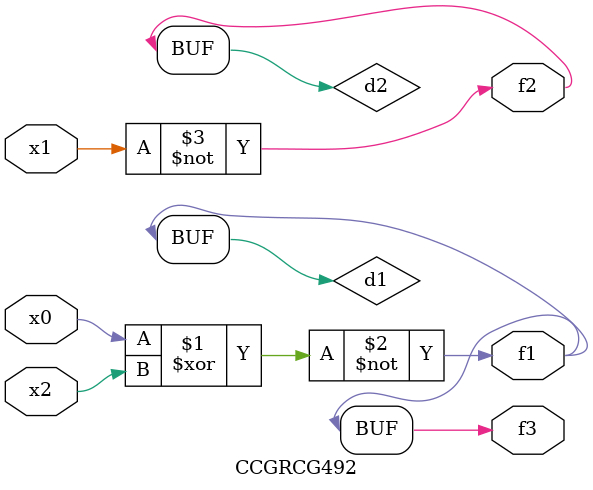
<source format=v>
module CCGRCG492(
	input x0, x1, x2,
	output f1, f2, f3
);

	wire d1, d2, d3;

	xnor (d1, x0, x2);
	nand (d2, x1);
	nor (d3, x1, x2);
	assign f1 = d1;
	assign f2 = d2;
	assign f3 = d1;
endmodule

</source>
